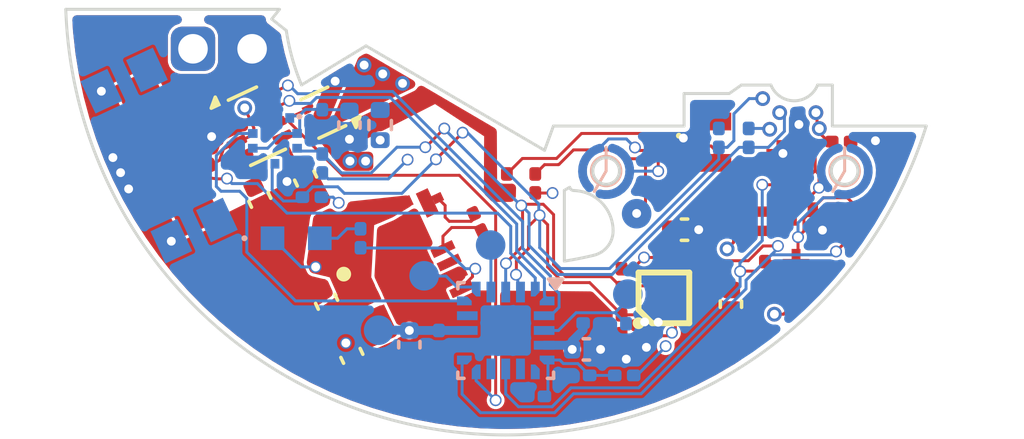
<source format=kicad_pcb>
(kicad_pcb (version 20241229) (generator "pcbnew") (generator_version "9.0")
  (layers (0 "F.Cu" signal) (4 "In1.Cu" signal) (6 "In2.Cu" signal) (8 "In3.Cu" signal) (10 "In4.Cu" signal) (2 "B.Cu" signal) (13 "F.Paste" user) (15 "B.Paste" user) (5 "F.SilkS" user "F.Silkscreen") (7 "B.SilkS" user "B.Silkscreen") (1 "F.Mask" user) (3 "B.Mask" user) (25 "Edge.Cuts" user))
  (net 0 "")
  (net 1 "GND")
  (net 2 "+3.3V")
  (net 3 "Net-(IC2-CRST)")
  (net 4 "+3V0")
  (net 5 "Net-(IC1-MOT2)")
  (net 6 "Net-(IC1-RESET)")
  (net 7 "Net-(IC1-MOT1)")
  (net 10 "Net-(IC5-PROG)")
  (net 12 "Net-(Q4-D_1)")
  (net 13 "Net-(Q3-D_1)")
  (net 14 "Net-(Q7-D_1)")
  (net 15 "/Peripherals/VDDIO")
  (net 16 "Net-(C20-Pad2)")
  (net 17 "/Power/Charge +")
  (net 18 "/KeepOn")
  (net 19 "/NRST")
  (net 20 "Net-(U2-PA0)")
  (net 21 "Net-(TPS3424A11C13ADRLR1-LPT)")
  (net 22 "Net-(TPS3424A11C13ADRLR1-SPT)")
  (net 23 "/Main dial/OSCIN")
  (net 24 "/Main dial/OSCOUT")
  (net 25 "/Main dial/VDD PROG")
  (net 26 "/I2C_SDA")
  (net 27 "/I2C_SCL")
  (net 28 "/Power/STAT")
  (net 29 "/H_Tim1")
  (net 30 "/H_Tim2")
  (net 31 "/Button press")
  (net 32 "/SWDIO")
  (net 33 "/SWCLK")
  (net 34 "/Kill")
  (net 35 "/L-S press INT")
  (net 36 "/BMP581_INT")
  (net 41 "Net-(LED1-K)")
  (footprint "Resistor_SMD:R_0201_0603Metric" (layer "F.Cu") (at 211.77 121.065 -90)
    (property "Reference" "R13" (hide yes))
    (property "Value" "100k")
  )
  (footprint "Capacitor_SMD:C_0201_0603Metric" (layer "F.Cu") (at 211.35 118.26 180)
    (property "Reference" "C17" (hide yes))
    (property "Value" "100n")
  )
  (footprint "Resistor_SMD:R_0201_0603Metric" (layer "F.Cu") (at 201 119.675 -90)
    (property "Reference" "R1" (hide yes))
    (property "Value" "0")
  )
  (footprint "SamacSys_Parts:BGA9C40P3X3_128X128X54" (layer "F.Cu") (at 205.353 123.547 90)
    (property "Reference" "IC2" (hide yes))
    (property "Value" "BMM350" (hide yes))
  )
  (footprint "Resistor_SMD:R_0201_0603Metric" (layer "F.Cu") (at 189.06 117.82 25)
    (property "Reference" "R15" (hide yes))
    (property "Value" "47k")
  )
  (footprint "Capacitor_SMD:C_0402_1005Metric" (layer "F.Cu") (at 206.05 121.24)
    (property "Reference" "C26" (hide yes))
    (property "Value" "1u")
  )
  (footprint "Resistor_SMD:R_0201_0603Metric" (layer "F.Cu") (at 188.11 119.46 -155)
    (property "Reference" "R16" (hide yes))
    (property "Value" "1k")
  )
  (footprint "Capacitor_SMD:C_0201_0603Metric" (layer "F.Cu") (at 206.7 123.97 90)
    (property "Reference" "C11" (hide yes))
    (property "Value" "100n")
  )
  (footprint "Resistor_SMD:R_0201_0603Metric" (layer "F.Cu") (at 200.04 119.675 90)
    (property "Reference" "R2" (hide yes))
    (property "Value" "0")
  )
  (footprint "Resistor_SMD:R_0201_0603Metric" (layer "F.Cu") (at 209.72 119.72 180)
    (property "Reference" "R8" (hide yes))
    (property "Value" "100k")
  )
  (footprint "Capacitor_SMD:C_0402_1005Metric" (layer "F.Cu") (at 194.79467 125.509239 -65)
    (property "Reference" "C15" (hide yes))
    (property "Value" "4.7u")
  )
  (footprint "SamacSys_Parts:2N7002KQBZ" (layer "F.Cu") (at 210.716687 121.065 180)
    (property "Reference" "Q6" (hide yes))
    (property "Value" "2N7002KQBZ" (hide yes))
  )
  (footprint "Package_TO_SOT_SMD:SOT-583-8" (layer "F.Cu") (at 191.47 117.74 25)
    (property "Reference" "TPS3424A11C13ADRLR1" (hide yes))
    (property "Value" "~")
  )
  (footprint "SamacSys_Parts:Battery pogo pins" (layer "F.Cu") (at 193.326307 121.567382 25)
    (property "Reference" "J3" (hide yes))
    (property "Value" "Conn_01x02")
  )
  (footprint "Capacitor_SMD:C_0201_0603Metric" (layer "F.Cu") (at 205.83 122.18 180)
    (property "Reference" "C9" (hide yes))
    (property "Value" "100n")
  )
  (footprint "Resistor_SMD:R_0201_0603Metric" (layer "F.Cu") (at 208.77 122.64 90)
    (property "Reference" "R14" (hide yes))
    (property "Value" "100k")
  )
  (footprint "Resistor_SMD:R_0201_0603Metric" (layer "F.Cu") (at 207.7075 120.955 90)
    (property "Reference" "R7" (hide yes))
    (property "Value" "100k")
  )
  (footprint "Resistor_SMD:R_0201_0603Metric" (layer "F.Cu") (at 195.860447 121.051135 -65)
    (property "Reference" "R18" (hide yes))
    (property "Value" "100k")
  )
  (footprint "Capacitor_SMD:C_0402_1005Metric" (layer "F.Cu") (at 193.94 123.68 115)
    (property "Reference" "C22" (hide yes))
    (property "Value" "4.7u")
  )
  (footprint "Resistor_SMD:R_0201_0603Metric" (layer "F.Cu") (at 203.92 122.88 -90)
    (property "Reference" "R4" (hide yes))
    (property "Value" "4.7k")
  )
  (footprint "Capacitor_SMD:C_0402_1005Metric" (layer "F.Cu") (at 193.23 119.51 115)
    (property "Reference" "CLPT1" (hide yes))
    (property "Value" "11.8n")
  )
  (footprint "Package_DFN_QFN:OnSemi_XDFN4-1EP_1.0x1.0mm_EP0.52x0.52mm" (layer "F.Cu") (at 193.83 117.28 -155)
    (property "Reference" "LDLN025PU1" (hide yes))
    (property "Value" "~")
  )
  (footprint "SamacSys_Parts:Hall effect" (layer "F.Cu") (at 209.845 116.37202)
    (property "Reference" "J1" (hide yes))
    (property "Value" "Conn_01x04_Pin" (hide yes))
  )
  (footprint "SamacSys_Parts:Battery 36mm watch" (layer "F.Cu") (at 190.42 115.12)
    (property "Reference" "J2" (hide yes))
    (property "Value" "Conn_01x02_Socket")
  )
  (footprint "SamacSys_Parts:SON50P300X200X100-9N-D" (layer "F.Cu") (at 196.833807 123.209496 25)
    (property "Reference" "IC5" (hide yes))
    (property "Value" "MCP73831-2ACI_MC" (hide yes))
  )
  (footprint "SamacSys_Parts:2N7002KQBZ" (layer "F.Cu") (at 209.57 118.66 90)
    (property "Reference" "Q5" (hide yes))
    (property "Value" "2N7002KQBZ" (hide yes))
  )
  (footprint "Resistor_SMD:R_0201_0603Metric" (layer "F.Cu") (at 199.05204 120.986226 -65)
    (property "Reference" "R17" (hide yes))
    (property "Value" "2k")
  )
  (footprint "Capacitor_SMD:C_0402_1005Metric" (layer "F.Cu") (at 191.68 120.23 115)
    (property "Reference" "CSPT1" (hide yes))
    (property "Value" "4.7n")
  )
  (footprint "SamacSys_Parts:2N7002KQBZ" (layer "F.Cu") (at 209.823313 122.64)
    (property "Reference" "Q4" (hide yes))
    (property "Value" "2N7002KQBZ" (hide yes))
  )
  (footprint "SamacSys_Parts:2N7002KQBZ" (layer "F.Cu") (at 209.1 120.955 -90)
    (property "Reference" "Q3" (hide yes))
    (property "Value" "2N7002KQBZ" (hide yes))
  )
  (footprint "Capacitor_SMD:C_0201_0603Metric" (layer "F.Cu") (at 187.64 118.46 25)
    (property "Reference" "C20" (hide yes))
    (property "Value" "220n")
  )
  (footprint "Capacitor_SMD:C_0201_0603Metric" (layer "F.Cu") (at 189.87 118.77 -65)
    (property "Reference" "C21" (hide yes))
    (property "Value" "100n")
  )
  (footprint "Capacitor_SMD:C_0402_1005Metric" (layer "F.Cu") (at 207.62 123.76 -90)
    (property "Reference" "C18" (hide yes))
    (property "Value" "2.2u")
  )
  (footprint "SamacSys_Parts:PCF2003DUS" (layer "F.Cu") (at 205.16 118.56 180)
    (property "Reference" "IC1" (hide yes))
    (property "Value" "PCF2003DUS" (hide yes))
  )
  (footprint "Resistor_SMD:R_0201_0603Metric" (layer "F.Cu") (at 203.92 124.44 90)
    (property "Reference" "R3" (hide yes))
    (property "Value" "4.7k")
  )
  (footprint "SamacSys_Parts:2N7002KQBZ" (layer "F.Cu") (at 197.175203 120.415986 -65)
    (property "Reference" "Q7" (hide yes))
    (property "Value" "2N7002KQBZ" (hide yes))
  )
  (footprint "SamacSys_Parts:LFXTAL062558Reel" (layer "F.Cu") (at 207.08 118.28 90)
    (property "Reference" "Y1" (hide yes))
    (property "Value" "LFXTAL062558Reel" (hide yes))
  )
  (footprint "Resistor_SMD:R_0201_0603Metric" (layer "B.Cu") (at 202.52 126.17)
    (property "Reference" "R20" (hide yes))
    (property "Value" "100k")
  )
  (footprint "Resistor_SMD:R_0201_0603Metric" (layer "B.Cu") (at 207.21 118.135 90)
    (property "Reference" "R22" (hide yes))
    (property "Value" "4.7k")
  )
  (footprint "Resistor_SMD:R_0201_0603Metric" (layer "B.Cu") (at 208.22 118.135 90)
    (property "Reference" "R23" (hide yes))
    (property "Value" "4.7k")
  )
  (footprint "Capacitor_SMD:C_0201_0603Metric" (layer "B.Cu") (at 200.99 126.88)
    (property "Reference" "C28" (hide yes))
    (property "Value" "100n")
  )
  (footprint "SamacSys_Parts:Pogo pin 1x1" (layer "B.Cu") (at 199.49 121.76 180)
    (property "Reference" "TP18" (hide yes))
    (property "Value" "SWCLK" (hide yes))
  )
  (footprint "SamacSys_Parts:Pogo pin 1x1" (layer "B.Cu") (at 197.24 122.8 180)
    (property "Reference" "TP17" (hide yes))
    (property "Value" "SWDIO" (hide yes))
  )
  (footprint "SamacSys_Parts:Miyota 2035" (layer "B.Cu") (at 211.467772 119.254534 -30)
    (property "Reference" "L2" (hide yes))
    (property "Value" "L" (hide yes))
  )
  (footprint "SamacSys_Parts:150060WS75000" (layer "B.Cu") (at 192.91 121.53)
    (property "Reference" "LED1" (hide yes))
    (property "Value" "150060WS75000" (hide yes))
  )
  (footprint "Resistor_SMD:R_0201_0603Metric" (layer "B.Cu") (at 193.442693 120.14 180)
    (property "Reference" "R9" (hide yes))
    (property "Value" "4.7k")
  )
  (footprint "Capacitor_SMD:C_0402_1005Metric" (layer "B.Cu") (at 194.712693 117.7 -90)
    (property "Reference" "C25" (hide yes))
    (property "Value" "1u")
  )
  (footprint "Resistor_SMD:R_0402_1005Metric" (layer "B.Cu") (at 195.752693 117.7 90)
    (property "Reference" "R11" (hide yes))
    (property "Value" "10")
  )
  (footprint "SamacSys_Parts:Miyota 2035" (layer "B.Cu") (at 203.397772 119.254534 -30)
    (property "Reference" "L3" (hide yes))
    (property "Value" "L" (hide yes))
  )
  (footprint "SamacSys_Parts:Wurth side button 434331013822" (layer "B.Cu") (at 188.273693 118.733113 115)
    (property "Reference" "SW5" (hide yes))
    (property "Value" "SW_MEC_5E" (hide yes))
  )
  (footprint "SamacSys_Parts:Pogo pin 1x1" (layer "B.Cu") (at 195.7 124.64 180)
    (property "Reference" "TP20" (hide yes))
    (property "Value" "3.3V" (hide yes))
  )
  (footprint "Resistor_SMD:R_0201_0603Metric" (layer "B.Cu") (at 193.792693 119 -90)
    (property "Reference" "R5" (hide yes))
    (property "Value" "4.7k")
  )
  (footprint "Capacitor_SMD:C_0201_0603Metric" (layer "B.Cu") (at 204.07 124.74 90)
    (property "Reference" "C27" (hide yes))
    (property "Value" "100n")
  )
  (footprint "Capacitor_SMD:C_0402_1005Metric" (layer "B.Cu") (at 196.74 125.13 -90)
    (property "Reference" "C23" (hide yes))
    (property "Value" "1u")
  )
  (footprint "Package_DFN_QFN:ST_UFQFPN-20_3x3mm_P0.5mm" (layer "B.Cu") (at 200 124.65 180)
    (property "Reference" "U2" (hide yes))
    (property "Value" "STM32L011F4Ux" (hide yes))
  )
  (footprint "Capacitor_SMD:C_0201_0603Metric" (layer "B.Cu") (at 197.74 124.97 90)
    (property "Reference" "C24" (hide yes))
    (property "Value" "100n")
  )
  (footprint "Capacitor_SMD:C_0201_0603Metric" (layer "B.Cu") (at 193.792693 117.5 90)
    (property "Reference" "C10" (hide yes))
    (property "Value" "100n")
  )
  (footprint "Capacitor_SMD:C_0201_0603Metric" (layer "B.Cu") (at 202.94 124.4 180)
    (property "Reference" "C29" (hide yes))
    (property "Value" "100n")
  )
  (footprint "Resistor_SMD:R_0201_0603Metric" (layer "B.Cu") (at 195.088455 121.53 90)
    (property "Reference" "R6" (hide yes))
    (property "Value" "500")
  )
  (footprint "SamacSys_Parts:Pogo pin 1x1" (layer "B.Cu") (at 204.43 120.7 180)
    (property "Reference" "TP16" (hide yes))
    (property "Value" "VDD Prog")
  )
  (footprint "SamacSys_Parts:Pogo pin 1x1" (layer "B.Cu") (at 204.13 123.42 180)
    (property "Reference" "TP19" (hide yes))
    (property "Value" "NRST" (hide yes))
  )
  (footprint "SamacSys_Parts:Pogo pin 1x1" (layer "B.Cu") (at 197.53 126.68 180)
    (property "Reference" "TP21" (hide yes))
    (property "Value" "VSS" (hide yes))
  )
  (footprint "SamacSys_Parts:BMP581" (layer "B.Cu") (at 192.192693 118.235 180)
    (property "Reference" "U1" (hide yes))
    (property "Value" "BMP581" (hide yes))
  )
  (footprint "Capacitor_SMD:C_0402_1005Metric" (layer "B.Cu") (at 202.729768 125.290277)
    (property "Reference" "C30" (hide yes))
    (property "Value" "1u")
  )
  (footprint "Resistor_SMD:R_0201_0603Metric" (layer "B.Cu") (at 204.01 126.17 180)
    (property "Reference" "R19" (hide yes))
    (property "Value" "100k")
  )
  (gr_line (start 192.577094 114.502552) (end 192.085265 114.114244) (stroke (width 0.1)) (layer "Edge.Cuts"))
  (gr_line (start 211.052185 116.347058) (end 210.550893 116.347058) (stroke (width 0.1)) (layer "Edge.Cuts"))
  (gr_line (start 201.983969 119.910111) (end 201.983969 122.30371) (stroke (width 0.1)) (layer "Edge.Cuts"))
  (gr_arc (start 202.305677 119.916425) (mid 202.216837 119.884471) (end 202.16475 119.805736) (stroke (width 0.1)) (layer "Edge.Cuts"))
  (gr_arc (start 210.550893 116.347058) (mid 209.762676 116.878954) (end 208.974459 116.347058) (stroke (width 0.1)) (layer "Edge.Cuts"))
  (gr_arc (start 203.633969 121.278843) (mid 203.451752 121.80472) (end 202.983257 122.10515) (stroke (width 0.1)) (layer "Edge.Cuts"))
  (gr_line (start 185.116166 113.784534) (end 192.345576 113.784534) (stroke (width 0.1)) (layer "Edge.Cuts"))
  (gr_arc (start 193.091793 116.343816) (mid 192.777339 115.439146) (end 192.577094 114.502552) (stroke (width 0.1)) (layer "Edge.Cuts"))
  (gr_arc (start 202.983257 122.10515) (mid 202.485624 122.214553) (end 201.983969 122.30371) (stroke (width 0.1)) (layer "Edge.Cuts"))
  (gr_line (start 202.16475 119.805736) (end 201.983969 119.910111) (stroke (width 0.1)) (layer "Edge.Cuts"))
  (gr_circle (center 211.467772 119.254534) (end 211.917772 119.254534) (stroke (width 0.1)) (fill no) (layer "Edge.Cuts"))
  (gr_line (start 201.314746 118.554984) (end 201.613891 117.73309) (stroke (width 0.1)) (layer "Edge.Cuts"))
  (gr_line (start 207.97265 116.347058) (end 208.974459 116.347058) (stroke (width 0.1)) (layer "Edge.Cuts"))
  (gr_line (start 211.052185 117.73309) (end 214.228191 117.73309) (stroke (width 0.1)) (layer "Edge.Cuts"))
  (gr_line (start 192.345576 113.784534) (end 192.085265 114.114244) (stroke (width 0.1)) (layer "Edge.Cuts"))
  (gr_line (start 193.091793 116.343816) (end 195.273596 115.020654) (stroke (width 0.1)) (layer "Edge.Cuts"))
  (gr_line (start 207.563074 116.633846) (end 207.97265 116.347058) (stroke (width 0.1)) (layer "Edge.Cuts"))
  (gr_circle (center 203.397772 119.254534) (end 203.847772 119.254534) (stroke (width 0.1)) (fill no) (layer "Edge.Cuts"))
  (gr_line (start 206.03488 117.73309) (end 201.613891 117.73309) (stroke (width 0.1)) (layer "Edge.Cuts"))
  (gr_line (start 206.03488 117.73309) (end 206.03488 116.633846) (stroke (width 0.1)) (layer "Edge.Cuts"))
  (gr_arc (start 202.305677 119.916425) (mid 203.246926 120.327485) (end 203.633969 121.278843) (stroke (width 0.1)) (layer "Edge.Cuts"))
  (gr_line (start 211.052185 116.347058) (end 211.052185 117.73309) (stroke (width 0.1)) (layer "Edge.Cuts"))
  (gr_line (start 195.273596 115.020654) (end 201.314746 118.554984) (stroke (width 0.1)) (layer "Edge.Cuts"))
  (gr_line (start 206.03488 116.633846) (end 207.563074 116.633846) (stroke (width 0.1)) (layer "Edge.Cuts"))
  (gr_arc (start 214.228191 117.73309) (mid 198.005173 128.049349) (end 185.116166 113.784534) (stroke (width 0.1)) (layer "Edge.Cuts"))
  (via (at 186.71 118.8) (size 0.4) (drill 0.3) (layers "F.Cu" "B.Cu") (net 1))
  (via (at 186.97 119.31) (size 0.4) (drill 0.3) (layers "F.Cu" "B.Cu") (net 1))
  (via (at 194.23 116.215107) (size 0.4) (drill 0.3) (layers "F.Cu" "B.Cu") (net 1))
  (via (at 205.16 124.37) (size 0.4) (drill 0.3) (layers "F.Cu" "B.Cu") (net 1))
  (via (at 206.53 121.24) (size 0.4) (drill 0.3) (layers "F.Cu" "B.Cu") (net 1))
  (via (at 192.6 119.61) (size 0.4) (drill 0.3) (layers "F.Cu" "B.Cu") (net 1))
  (via (at 204.76 125.22) (size 0.4) (drill 0.3) (layers "F.Cu" "B.Cu") (net 1))
  (via (at 203.209768 125.290277) (size 0.4) (drill 0.3) (layers "F.Cu" "B.Cu") (net 1))
  (via (at 209.38 118.66) (size 0.5) (drill 0.3) (layers "F.Cu" "B.Cu") (net 1))
  (via (at 206.01 118.14) (size 0.4) (drill 0.3) (layers "F.Cu" "B.Cu") (net 1))
  (via (at 187.241951 119.861216) (size 0.4) (drill 0.3) (layers "F.Cu" "B.Cu") (net 1))
  (via (at 210.716687 121.255) (size 0.5) (drill 0.3) (layers "F.Cu" "B.Cu") (net 1))
  (via (at 190.05 118.09) (size 0.4) (drill 0.3) (layers "F.Cu" "B.Cu") (net 1))
  (via (at 204.08 125.62) (size 0.4) (drill 0.3) (layers "F.Cu" "B.Cu") (net 1))
  (via (at 204.7 124.36) (size 0.4) (drill 0.3) (layers "F.Cu" "B.Cu") (net 1))
  (via (at 212.51 118.23) (size 0.5) (drill 0.3) (layers "F.Cu" "B.Cu") (net 1))
  (via (at 194.712693 118.18) (size 0.4) (drill 0.3) (layers "F.Cu" "B.Cu") (net 1))
  (segment (start 205.52 124.83) (end 203.99 124.83) (width 0.1) (layer "F.Cu") (net 2))
  (segment (start 205.625 124.725) (end 205.74 124.61) (width 0.1) (layer "F.Cu") (net 2))
  (segment (start 205.51 121.3) (end 205.57 121.24) (width 0.1) (layer "F.Cu") (net 2))
  (segment (start 204.3 122.56) (end 204.68 122.18) (width 0.1) (layer "F.Cu") (net 2))
  (segment (start 210.532608 117.317608) (end 210.495 117.28) (width 0.1) (layer "F.Cu") (net 2))
  (segment (start 210.610396 117.818662) (end 210.610396 117.959762) (width 0.1) (layer "F.Cu") (net 2))
  (segment (start 210.610396 117.959762) (end 210.910634 118.26) (width 0.1) (layer "F.Cu") (net 2))
  (segment (start 203.92 122.56) (end 204.3 122.56) (width 0.1) (layer "F.Cu") (net 2))
  (segment (start 210.532608 117.740874) (end 210.532608 117.317608) (width 0.1) (layer "F.Cu") (net 2))
  (segment (start 205.51 122.18) (end 205.51 121.3) (width 0.1) (layer "F.Cu") (net 2))
  (segment (start 209.959 123.541) (end 210.148313 123.351687) (width 0.1) (layer "F.Cu") (net 2))
  (segment (start 209.4 124.1) (end 209.09 124.1) (width 0.1) (layer "F.Cu") (net 2))
  (segment (start 205.36 122.33) (end 205.36 123.14) (width 0.1) (layer "F.Cu") (net 2))
  (segment (start 209.959 123.541) (end 209.4 124.1) (width 0.1) (layer "F.Cu") (net 2))
  (segment (start 208.77 122.96) (end 208.77 123.36) (width 0.1) (layer "F.Cu") (net 2))
  (segment (start 205.763 123.947) (end 206.09 123.62) (width 0.1) (layer "F.Cu") (net 2))
  (segment (start 205.625 124.725) (end 205.52 124.83) (width 0.1) (layer "F.Cu") (net 2))
  (segment (start 205.51 122.18) (end 205.36 122.33) (width 0.1) (layer "F.Cu") (net 2))
  (segment (start 207.7075 121.275) (end 208.595 121.275) (width 0.1) (layer "F.Cu") (net 2))
  (segment (start 210.610396 117.818662) (end 210.532608 117.740874) (width 0.1) (layer "F.Cu") (net 2))
  (segment (start 208.951 123.541) (end 209.959 123.541) (width 0.1) (layer "F.Cu") (net 2))
  (segment (start 210.148313 123.351687) (end 210.148313 123.14) (width 0.1) (layer "F.Cu") (net 2))
  (segment (start 208.595 121.275) (end 208.6 121.28) (width 0.1) (layer "F.Cu") (net 2))
  (segment (start 208.77 123.36) (end 208.951 123.541) (width 0.1) (layer "F.Cu") (net 2))
  (segment (start 205.74 123.96) (end 205.753 123.947) (width 0.1) (layer "F.Cu") (net 2))
  (segment (start 207.49 121.89) (end 207.7075 121.6725) (width 0.1) (layer "F.Cu") (net 2))
  (segment (start 206.67 123.62) (end 206.7 123.65) (width 0.1) (layer "F.Cu") (net 2))
  (segment (start 205.36 123.14) (end 205.353 123.147) (width 0.1) (layer "F.Cu") (net 2))
  (segment (start 205.753 123.947) (end 205.763 123.947) (width 0.1) (layer "F.Cu") (net 2))
  (segment (start 206.09 123.62) (end 206.67 123.62) (width 0.1) (layer "F.Cu") (net 2))
  (segment (start 204.68 122.18) (end 205.51 122.18) (width 0.1) (layer "F.Cu") (net 2))
  (segment (start 210.910634 118.26) (end 211.03 118.26) (width 0.1) (layer "F.Cu") (net 2))
  (segment (start 205.74 124.61) (end 205.74 123.96) (width 0.1) (layer "F.Cu") (net 2))
  (segment (start 203.99 124.83) (end 203.92 124.76) (width 0.1) (layer "F.Cu") (net 2))
  (segment (start 207.7075 121.6725) (end 207.7075 121.275) (width 0.1) (layer "F.Cu") (net 2))
  (via (at 196.68 118.87) (size 0.4) (drill 0.3) (layers "F.Cu" "B.Cu") (net 2))
  (via (at 194.35 120.33) (size 0.4) (drill 0.3) (layers "F.Cu" "B.Cu") (net 2))
  (via (at 209.09 124.1) (size 0.5) (drill 0.3) (layers "F.Cu" "B.Cu") (net 2))
  (via (at 195.21 115.67) (size 0.5) (drill 0.3) (layers "F.Cu" "B.Cu") (net 2))
  (via (at 196.51 116.29) (size 0.5) (drill 0.3) (layers "F.Cu" "B.Cu") (net 2))
  (via (at 202.249768 125.290277) (size 0.4) (drill 0.3) (layers "F.Cu" "B.Cu") (net 2))
  (via (at 195.752693 118.21) (size 0.4) (drill 0.3) (layers "F.Cu" "B.Cu") (net 2))
  (via (at 210.610396 117.818662) (size 0.5) (drill 0.3) (layers "F.Cu" "B.Cu") (net 2))
  (via (at 205.625 124.725) (size 0.4) (drill 0.3) (layers "F.Cu" "B.Cu") (net 2))
  (via (at 208.932157 117.842157) (size 0.5) (drill 0.3) (layers "F.Cu" "B.Cu") (net 2))
  (via (at 195.84 115.97) (size 0.5) (drill 0.3) (layers "F.Cu" "B.Cu") (net 2))
  (via (at 196.74 124.65) (size 0.4) (drill 0.3) (layers "F.Cu" "B.Cu") (net 2))
  (via (at 207.49 121.89) (size 0.5) (drill 0.3) (layers "F.Cu" "B.Cu") (net 2))
  (via (at 204.68 122.18) (size 0.4) (drill 0.3) (layers "F.Cu" "B.Cu") (net 2))
  (segment (start 202.249768 125.010232) (end 202.62 124.64) (width 0.3) (layer "B.Cu") (net 2))
  (segment (start 196.73 124.64) (end 196.74 124.65) (width 0.3) (layer "B.Cu") (net 2))
  (segment (start 193.993693 119.521) (end 196.029 119.521) (width 0.1) (layer "B.Cu") (net 2))
  (segment (start 202.109491 125.15) (end 202.249768 125.290277) (width 0.3) (layer "B.Cu") (net 2))
  (segment (start 208.932157 117.842157) (end 208.726471 117.842157) (width 0.1) (layer "B.Cu") (net 2))
  (segment (start 194.16 120.14) (end 193.762693 120.14) (width 0.1) (layer "B.Cu") (net 2))
  (segment (start 194.35 120.33) (end 194.16 120.14) (width 0.1) (layer "B.Cu") (net 2))
  (segment (start 196.74 124.65) (end 198.7 124.65) (width 0.3) (layer "B.Cu") (net 2))
  (segment (start 208.699314 117.815) (end 208.22 117.815) (width 0.1) (layer "B.Cu") (net 2))
  (segment (start 195.7 124.64) (end 196.73 124.64) (width 0.3) (layer "B.Cu") (net 2))
  (segment (start 208.726471 117.842157) (end 208.699314 117.815) (width 0.1) (layer "B.Cu") (net 2))
  (segment (start 202.62 124.64) (end 202.62 124.4) (width 0.3) (layer "B.Cu") (net 2))
  (segment (start 202.249768 125.290277) (end 202.249768 125.010232) (width 0.3) (layer "B.Cu") (net 2))
  (segment (start 201.3 125.15) (end 202.109491 125.15) (width 0.3) (layer "B.Cu") (net 2))
  (segment (start 193.792693 119.32) (end 193.993693 119.521) (width 0.1) (layer "B.Cu") (net 2))
  (segment (start 196.029 119.521) (end 196.68 118.87) (width 0.1) (layer "B.Cu") (net 2))
  (segment (start 205.753 123.547) (end 206.031 123.269) (width 0.1) (layer "F.Cu") (net 3))
  (segment (start 206.031 123.269) (end 207.609 123.269) (width 0.1) (layer "F.Cu") (net 3))
  (segment (start 207.609 123.269) (end 207.62 123.28) (width 0.1) (layer "F.Cu") (net 3))
  (segment (start 190.45 118.51) (end 190.904985 118.279314) (width 0.1) (layer "F.Cu") (net 4))
  (segment (start 201.583969 120) (end 201.13 120) (width 0.1) (layer "F.Cu") (net 4))
  (segment (start 201.125 119.995) (end 201 119.995) (width 0.1) (layer "F.Cu") (net 4))
  (segment (start 191.42 118.05) (end 191.48 117.8) (width 0.1) (layer "F.Cu") (net 4))
  (segment (start 191.48 117.8) (end 191.17 117.12) (width 0.1) (layer "F.Cu") (net 4))
  (segment (start 190.904985 118.279314) (end 191.42 118.05) (width 0.1) (layer "F.Cu") (net 4))
  (segment (start 201.13 120) (end 201.125 119.995) (width 0.1) (layer "F.Cu") (net 4))
  (segment (start 190.005238 119.060018) (end 190.32 118.89) (width 0.1) (layer "F.Cu") (net 4))
  (segment (start 190.32 118.89) (end 190.45 118.51) (width 0.1) (layer "F.Cu") (net 4))
  (via (at 201.583969 120) (size 0.4) (drill 0.3) (layers "F.Cu" "B.Cu") (net 4))
  (via (at 195.26 118.92) (size 0.5) (drill 0.3) (layers "F.Cu" "B.Cu") (net 4))
  (via (at 194.73 118.92) (size 0.5) (drill 0.3) (layers "F.Cu" "B.Cu") (net 4))
  (via (at 188.686663 121.63) (size 0.4) (drill 0.3) (layers "F.Cu" "B.Cu") (net 4))
  (via (at 191.17 117.12) (size 0.5) (drill 0.3) (layers "F.Cu" "B.Cu") (net 4))
  (via (at 194.591813 125.074211) (size 0.4) (drill 0.3) (layers "F.Cu" "B.Cu") (net 4))
  (via (at 205.412764 125.18) (size 0.4) (drill 0.3) (layers "F.Cu" "B.Cu") (net 4))
  (via (at 186.32 116.554677) (size 0.4) (drill 0.3) (layers "F.Cu" "B.Cu") (net 4))
  (segment (start 204.44 126.17) (end 205.412764 125.197236) (width 0.1) (layer "B.Cu") (net 4))
  (segment (start 205.412764 125.197236) (end 205.412764 125.18) (width 0.1) (layer "B.Cu") (net 4))
  (segment (start 204.33 126.17) (end 204.44 126.17) (width 0.1) (layer "B.Cu") (net 4))
  (segment (start 204.372227 118.458886) (end 204.418886 118.458886) (width 0.1) (layer "F.Cu") (net 5))
  (segment (start 204.418886 118.458886) (end 204.52 118.56) (width 0.1) (layer "F.Cu") (net 5))
  (segment (start 204.52 118.56) (end 204.935 118.56) (width 0.1) (layer "F.Cu") (net 5))
  (via (at 204.372227 118.458886) (size 0.4) (drill 0.3) (layers "F.Cu" "B.Cu") (net 5))
  (segment (start 202.696772 119.544898) (end 202.832087 119.680213) (width 0.1) (layer "B.Cu") (net 5))
  (segment (start 203.48 118.17) (end 202.696772 118.953228) (width 0.1) (layer "B.Cu") (net 5))
  (segment (start 204.083341 118.17) (end 203.48 118.17) (width 0.1) (layer "B.Cu") (net 5))
  (segment (start 204.372227 118.458886) (end 204.083341 118.17) (width 0.1) (layer "B.Cu") (net 5))
  (segment (start 202.696772 118.953228) (end 202.696772 119.544898) (width 0.1) (layer "B.Cu") (net 5))
  (segment (start 204.73 118.12) (end 204.59409 117.98409) (width 0.1) (layer "F.Cu") (net 6))
  (segment (start 202.56591 117.98409) (end 201.72 118.83) (width 0.1) (layer "F.Cu") (net 6))
  (segment (start 201.72 118.83) (end 200.565 118.83) (width 0.1) (layer "F.Cu") (net 6))
  (segment (start 200.565 118.83) (end 200.04 119.355) (width 0.1) (layer "F.Cu") (net 6))
  (segment (start 204.73 118.28) (end 204.73 118.12) (width 0.1) (layer "F.Cu") (net 6))
  (segment (start 204.59409 117.98409) (end 202.56591 117.98409) (width 0.1) (layer "F.Cu") (net 6))
  (segment (start 205.16 118.84) (end 205.16 119.26) (width 0.1) (layer "F.Cu") (net 7))
  (via (at 205.16 119.26) (size 0.4) (drill 0.3) (layers "F.Cu" "B.Cu") (net 7))
  (segment (start 203.688136 119.955534) (end 203.262457 119.955534) (width 0.1) (layer "B.Cu") (net 7))
  (segment (start 205.16 119.26) (end 204.098772 119.26) (width 0.1) (layer "B.Cu") (net 7))
  (segment (start 204.098772 119.544898) (end 203.688136 119.955534) (width 0.1) (layer "B.Cu") (net 7))
  (segment (start 204.098772 119.26) (end 204.098772 119.544898) (width 0.1) (layer "B.Cu") (net 7))
  (segment (start 197.876306 121.895839) (end 197.876306 121.461626) (width 0.1) (layer "F.Cu") (net 10))
  (segment (start 197.876306 121.461626) (end 198.170944 121.166988) (width 0.1) (layer "F.Cu") (net 10))
  (segment (start 198.170944 121.166988) (end 199.078022 121.166988) (width 0.1) (layer "F.Cu") (net 10))
  (segment (start 199.078022 121.166988) (end 199.187278 121.276244) (width 0.1) (layer "F.Cu") (net 10))
  (segment (start 209.89 121.49) (end 209.89 121.993313) (width 0.1) (layer "F.Cu") (net 12))
  (segment (start 211.77 120.745) (end 211.77 120.37) (width 0.1) (layer "F.Cu") (net 12))
  (segment (start 210.09 120.866687) (end 210.391687 120.565) (width 0.1) (layer "F.Cu") (net 12))
  (segment (start 211.56 120.16) (end 210.75 120.16) (width 0.1) (layer "F.Cu") (net 12))
  (segment (start 211.77 120.37) (end 211.56 120.16) (width 0.1) (layer "F.Cu") (net 12))
  (segment (start 210.09 121.29) (end 210.09 120.866687) (width 0.1) (layer "F.Cu") (net 12))
  (segment (start 210.75 120.16) (end 210.391687 120.518313) (width 0.1) (layer "F.Cu") (net 12))
  (segment (start 209.89 121.49) (end 210.09 121.29) (width 0.1) (layer "F.Cu") (net 12))
  (segment (start 209.89 121.993313) (end 209.823313 122.06) (width 0.1) (layer "F.Cu") (net 12))
  (segment (start 210.391687 120.518313) (end 210.391687 120.565) (width 0.1) (layer "F.Cu") (net 12))
  (via (at 209.89 121.49) (size 0.4) (drill 0.3) (layers "F.Cu" "B.Cu") (net 12))
  (segment (start 209.89 121.49) (end 209.89 121.01) (width 0.1) (layer "B.Cu") (net 12))
  (segment (start 211.260716 120.029284) (end 211.260716 120.027275) (width 0.1) (layer "B.Cu") (net 12))
  (segment (start 209.89 121.01) (end 210.74 120.16) (width 0.1) (layer "B.Cu") (net 12))
  (segment (start 210.74 120.16) (end 211.13 120.16) (width 0.1) (layer "B.Cu") (net 12))
  (segment (start 211.13 120.16) (end 211.260716 120.029284) (width 0.1) (layer "B.Cu") (net 12))
  (segment (start 209.78 120.15) (end 209.68 120.25) (width 0.1) (layer "F.Cu") (net 13))
  (segment (start 210.27 120.15) (end 209.78 120.15) (width 0.1) (layer "F.Cu") (net 13))
  (segment (start 210.295 118.335) (end 210.07 118.335) (width 0.1) (layer "F.Cu") (net 13))
  (segment (start 210.04 119.72) (end 210.04 119.671) (width 0.1) (layer "F.Cu") (net 13))
  (segment (start 210.471 118.511) (end 210.295 118.335) (width 0.1) (layer "F.Cu") (net 13))
  (segment (start 209.68 120.25) (end 209.68 120.955) (width 0.1) (layer "F.Cu") (net 13))
  (segment (start 210.6 119.82) (end 210.6 119.369) (width 0.1) (layer "F.Cu") (net 13))
  (segment (start 210.471 119.24) (end 210.471 118.511) (width 0.1) (layer "F.Cu") (net 13))
  (segment (start 210.04 119.671) (end 210.471 119.24) (width 0.1) (layer "F.Cu") (net 13))
  (segment (start 210.6 119.82) (end 210.27 120.15) (width 0.1) (layer "F.Cu") (net 13))
  (segment (start 210.6 119.369) (end 210.471 119.24) (width 0.1) (layer "F.Cu") (net 13))
  (via (at 210.6 119.82) (size 0.4) (drill 0.3) (layers "F.Cu" "B.Cu") (net 13))
  (segment (start 210.75978 119.82022) (end 210.902087 119.82022) (width 0.1) (layer "B.Cu") (net 13))
  (segment (start 210.75956 119.82) (end 210.75978 119.82022) (width 0.1) (layer "B.Cu") (net 13))
  (segment (start 210.6 119.82) (end 210.75956 119.82) (width 0.1) (layer "B.Cu") (net 13))
  (segment (start 197.512222 120.170867) (end 197.347401 120.335688) (width 0.1) (layer "F.Cu") (net 14))
  (segment (start 198.090944 120.956988) (end 197.950944 120.816988) (width 0.1) (layer "F.Cu") (net 14))
  (segment (start 197.700863 120.170867) (end 197.512222 120.170867) (width 0.1) (layer "F.Cu") (net 14))
  (segment (start 197.950944 120.816988) (end 197.950944 120.420948) (width 0.1) (layer "F.Cu") (net 14))
  (segment (start 198.916802 120.87113) (end 198.830944 120.956988) (width 0.1) (layer "F.Cu") (net 14))
  (segment (start 198.830944 120.956988) (end 198.090944 120.956988) (width 0.1) (layer "F.Cu") (net 14))
  (segment (start 197.950944 120.420948) (end 197.700863 120.170867) (width 0.1) (layer "F.Cu") (net 14))
  (segment (start 198.916802 120.696208) (end 198.916802 120.87113) (width 0.1) (layer "F.Cu") (net 14))
  (segment (start 193.782693 117.17) (end 193.792693 117.18) (width 0.1) (layer "B.Cu") (net 15))
  (segment (start 193.23 117.17) (end 193.782693 117.17) (width 0.1) (layer "B.Cu") (net 15))
  (segment (start 193.03 117.897693) (end 193.03 117.46) (width 0.1) (layer "B.Cu") (net 15))
  (segment (start 192.942693 117.985) (end 193.03 117.897693) (width 0.1) (layer "B.Cu") (net 15))
  (segment (start 193.03 117.46) (end 193.03 117.37) (width 0.1) (layer "B.Cu") (net 15))
  (segment (start 192.692693 117.46) (end 192.762693 117.39) (width 0.1) (layer "B.Cu") (net 15))
  (segment (start 193.03 117.41) (end 193.03 117.46) (width 0.1) (layer "B.Cu") (net 15))
  (segment (start 192.99 117.39) (end 193 117.4) (width 0.1) (layer "B.Cu") (net 15))
  (segment (start 192.762693 117.39) (end 192.99 117.39) (width 0.1) (layer "B.Cu") (net 15))
  (segment (start 194.672693 117.18) (end 194.712693 117.22) (width 0.1) (layer "B.Cu") (net 15))
  (segment (start 193.792693 117.18) (end 194.672693 117.18) (width 0.1) (layer "B.Cu") (net 15))
  (segment (start 191.442693 118.485) (end 191.945 118.485) (width 0.1) (layer "B.Cu") (net 15))
  (segment (start 193.03 117.37) (end 193.23 117.17) (width 0.1) (layer "B.Cu") (net 15))
  (segment (start 192.445 117.985) (end 192.942693 117.985) (width 0.1) (layer "B.Cu") (net 15))
  (segment (start 193.02 117.4) (end 193.03 117.41) (width 0.1) (layer "B.Cu") (net 15))
  (segment (start 193 117.4) (end 193.02 117.4) (width 0.1) (layer "B.Cu") (net 15))
  (segment (start 191.945 118.485) (end 192.445 117.985) (width 0.1) (layer "B.Cu") (net 15))
  (via (at 193.57 122.5) (size 0.4) (drill 0.3) (layers "F.Cu" "B.Cu") (net 17))
  (segment (start 193.57 122.5) (end 193.08 122.5) (width 0.1) (layer "B.Cu") (net 17))
  (segment (start 193.08 122.5) (end 192.11 121.53) (width 0.1) (layer "B.Cu") (net 17))
  (segment (start 192.246322 117.653839) (end 193.253089 117.19042) (width 0.1) (layer "F.Cu") (net 18))
  (segment (start 199.66 120.63) (end 199.66 127.01) (width 0.1) (layer "F.Cu") (net 18))
  (segment (start 192.246322 117.653839) (end 192.350161 117.55) (width 0.1) (layer "F.Cu") (net 18))
  (segment (start 192.62904 117.55) (end 194.47904 119.4) (width 0.1) (layer "F.Cu") (net 18))
  (segment (start 198.43 119.4) (end 199.66 120.63) (width 0.1) (layer "F.Cu") (net 18))
  (segment (start 194.47904 119.4) (end 198.43 119.4) (width 0.1) (layer "F.Cu") (net 18))
  (segment (start 192.350161 117.55) (end 192.62904 117.55) (width 0.1) (layer "F.Cu") (net 18))
  (via (at 199.66 127.01) (size 0.4) (drill 0.3) (layers "F.Cu" "B.Cu") (net 18))
  (segment (start 199 126.35) (end 199 126.125) (width 0.1) (layer "B.Cu") (net 18))
  (segment (start 199.66 127.01) (end 199 126.35) (width 0.1) (layer "B.Cu") (net 18))
  (segment (start 202.383262 124.049) (end 203.699 124.049) (width 0.1) (layer "B.Cu") (net 19))
  (segment (start 204.13 123.618) (end 203.699 124.049) (width 0.1) (layer "B.Cu") (net 19))
  (segment (start 201.3 124.65) (end 201.782262 124.65) (width 0.1) (layer "B.Cu") (net 19))
  (segment (start 204.13 123.42) (end 204.13 123.618) (width 0.1) (layer "B.Cu") (net 19))
  (segment (start 203.699 124.049) (end 204.07 124.42) (width 0.1) (layer "B.Cu") (net 19))
  (segment (start 201.782262 124.65) (end 202.383262 124.049) (width 0.1) (layer "B.Cu") (net 19))
  (segment (start 201.43 125.695) (end 201.475 125.65) (width 0.1) (layer "B.Cu") (net 20))
  (segment (start 201.95 125.77) (end 202.44 125.77) (width 0.1) (layer "B.Cu") (net 20))
  (segment (start 201.43 126.76) (end 201.43 125.695) (width 0.1) (layer "B.Cu") (net 20))
  (segment (start 201.83 125.65) (end 201.95 125.77) (width 0.1) (layer "B.Cu") (net 20))
  (segment (start 201.31 126.88) (end 201.43 126.76) (width 0.1) (layer "B.Cu") (net 20))
  (segment (start 202.44 125.77) (end 202.84 126.17) (width 0.1) (layer "B.Cu") (net 20))
  (segment (start 201.475 125.65) (end 201.83 125.65) (width 0.1) (layer "B.Cu") (net 20))
  (segment (start 202.84 126.17) (end 203.69 126.17) (width 0.1) (layer "B.Cu") (net 20))
  (segment (start 192.93 119.07) (end 192.48 118.129361) (width 0.1) (layer "F.Cu") (net 21))
  (segment (start 192.814972 119.074972) (end 192.93 119.07) (width 0.1) (layer "F.Cu") (net 21))
  (segment (start 192.48 118.129361) (end 192.457632 118.106993) (width 0.1) (layer "F.Cu") (net 21))
  (segment (start 193.027143 119.074972) (end 192.814972 119.074972) (width 0.1) (layer "F.Cu") (net 21))
  (segment (start 191.477143 119.794972) (end 191.6 119.75) (width 0.1) (layer "F.Cu") (net 22))
  (segment (start 191.6 119.75) (end 191.116296 118.732468) (width 0.1) (layer "F.Cu") (net 22))
  (segment (start 206.1 118.56) (end 206.450999 118.209) (width 0.1) (layer "F.Cu") (net 23))
  (segment (start 205.385 118.56) (end 206.1 118.56) (width 0.1) (layer "F.Cu") (net 23))
  (segment (start 206.450999 118.209) (end 207.08 117.58) (width 0.1) (layer "F.Cu") (net 23))
  (segment (start 206.183257 118.761) (end 206.534256 118.41) (width 0.1) (layer "F.Cu") (net 24))
  (segment (start 205.6 118.84) (end 205.679 118.761) (width 0.1) (layer "F.Cu") (net 24))
  (segment (start 206.534256 118.41) (end 206.95 118.41) (width 0.1) (layer "F.Cu") (net 24))
  (segment (start 205.679 118.761) (end 206.183257 118.761) (width 0.1) (layer "F.Cu") (net 24))
  (segment (start 205.59 118.84) (end 205.6 118.84) (width 0.1) (layer "F.Cu") (net 24))
  (segment (start 207.08 118.54) (end 207.08 118.98) (width 0.1) (layer "F.Cu") (net 24))
  (segment (start 206.95 118.41) (end 207.08 118.54) (width 0.1) (layer "F.Cu") (net 24))
  (segment (start 201.315 119.04) (end 201.78 119.04) (width 0.1) (layer "F.Cu") (net 25))
  (segment (start 201.803257 119.031) (end 202.294257 118.54) (width 0.1) (layer "F.Cu") (net 25))
  (segment (start 204.43 120.69) (end 204.73 120.39) (width 0.1) (layer "F.Cu") (net 25))
  (segment (start 202.294257 118.54) (end 203.68 118.54) (width 0.1) (layer "F.Cu") (net 25))
  (segment (start 203.68 118.54) (end 203.98 118.84) (width 0.1) (layer "F.Cu") (net 25))
  (segment (start 201.78 119.04) (end 201.789 119.031) (width 0.1) (layer "F.Cu") (net 25))
  (segment (start 201 119.355) (end 201.315 119.04) (width 0.1) (layer "F.Cu") (net 25))
  (segment (start 201.789 119.031) (end 201.803257 119.031) (width 0.1) (layer "F.Cu") (net 25))
  (segment (start 204.73 120.39) (end 204.73 118.84) (width 0.1) (layer "F.Cu") (net 25))
  (segment (start 203.98 118.84) (end 204.73 118.84) (width 0.1) (layer "F.Cu") (net 25))
  (via (at 204.43 120.69) (size 0.4) (drill 0.3) (layers "F.Cu" "B.Cu") (net 25))
  (segment (start 201.419 122.503256) (end 201.946743 123.031) (width 0.1) (layer "F.Cu") (net 26))
  (segment (start 201.132133 120.783545) (end 201.419 121.070412) (width 0.1) (layer "F.Cu") (net 26))
  (segment (start 201.132133 120.767867) (end 201.132133 120.783545) (width 0.1) (layer "F.Cu") (net 26))
  (segment (start 203.92 124.11) (end 203.92 124.12) (width 0.1) (layer "F.Cu") (net 26))
  (segment (start 201.419 121.070412) (end 201.419 122.503256) (width 0.1) (layer "F.Cu") (net 26))
  (segment (start 202.841 123.031) (end 203.92 124.11) (width 0.1) (layer "F.Cu") (net 26))
  (segment (start 200.771 121.883256) (end 200.361 122.293256) (width 0.1) (layer "F.Cu") (net 26))
  (segment (start 197.64 118.86) (end 198.542488 117.957512) (width 0.1) (layer "F.Cu") (net 26))
  (segment (start 204.38 124.12) (end 203.92 124.12) (width 0.1) (layer "F.Cu") (net 26))
  (segment (start 200.361 122.750988) (end 200.35 122.761988) (width 0.1) (layer "F.Cu") (net 26))
  (segment (start 200.361 122.293256) (end 200.361 122.750988) (width 0.1) (layer "F.Cu") (net 26))
  (segment (start 201.147512 120.752488) (end 201.132133 120.767867) (width 0.1) (layer "F.Cu") (net 26))
  (segment (start 201.147512 120.752488) (end 200.771 121.129) (width 0.1) (layer "F.Cu") (net 26))
  (segment (start 200.771 121.129) (end 200.771 121.883256) (width 0.1) (layer "F.Cu") (net 26))
  (segment (start 204.953 123.547) (end 204.38 124.12) (width 0.1) (layer "F.Cu") (net 26))
  (segment (start 201.946743 123.031) (end 202.841 123.031) (width 0.1) (layer "F.Cu") (net 26))
  (via (at 198.542488 117.957512) (size 0.4) (drill 0.3) (layers "F.Cu" "B.Cu") (net 26))
  (via (at 201.147512 120.752488) (size 0.4) (drill 0.3) (layers "F.Cu" "B.Cu") (net 26))
  (via (at 200.35 122.761988) (size 0.4) (drill 0.3) (layers "F.Cu" "B.Cu") (net 26))
  (via (at 197.64 118.86) (size 0.4) (drill 0.3) (layers "F.Cu" "B.Cu") (net 26))
  (segment (start 193.122693 120.14) (end 193.473693 119.789) (width 0.1) (layer "B.Cu") (net 26))
  (segment (start 192.992693 120.27) (end 192.48 120.27) (width 0.1) (layer "B.Cu") (net 26))
  (segment (start 193.473693 119.789) (end 194.319 119.789) (width 0.1) (layer "B.Cu") (net 26))
  (segment (start 194.319 119.789) (end 194.54 120.01) (width 0.1) (layer "B.Cu") (net 26))
  (segment (start 201.147512 120.752488) (end 201.12 120.724976) (width 0.1) (layer "B.Cu") (net 26))
  (segment (start 207.72 117.32) (end 207.72 118.23) (width 0.1) (layer "B.Cu") (net 26))
  (segment (start 193.122693 120.14) (end 192.992693 120.27) (width 0.1) (layer "B.Cu") (net 26))
  (segment (start 201.12 120.724976) (end 201.12 120.37) (width 0.1) (layer "B.Cu") (net 26))
  (segment (start 203.51529 122.55471) (end 207.21 118.86) (width 0.1) (layer "B.Cu") (net 26))
  (segment (start 200.41 123.26) (end 200.5 123.35) (width 0.1) (layer "B.Cu") (net 26))
  (segment (start 201.162488 120.752488) (end 201.15 120.764976) (width 0.1) (layer "B.Cu") (net 26))
  (segment (start 208.695 116.805) (end 208.235 116.805) (width 0.1) (layer "B.Cu") (net 26))
  (segment (start 201.15 120.764976) (end 201.15 121.851107) (width 0.1) (layer "B.Cu") (net 26))
  (segment (start 207.72 118.23) (end 207.495 118.455) (width 0.1) (layer "B.Cu") (net 26))
  (segment (start 201.147512 120.752488) (end 201.162488 120.752488) (width 0.1) (layer "B.Cu") (net 26))
  (segment (start 194.54 120.01) (end 196.49 120.01) (width 0.1) (layer "B.Cu") (net 26))
  (segment (start 207.21 118.86) (end 207.21 118.455) (width 0.1) (layer "B.Cu") (net 26))
  (segment (start 200.35 122.761988) (end 200.41 122.821988) (width 0.1) (layer "B.Cu") (net 26))
  (segment (start 198.707512 117.957512) (end 198.542488 117.957512) (width 0.1) (layer "B.Cu") (net 26))
  (segment (start 201.12 120.37) (end 198.707512 117.957512) (width 0.1) (layer "B.Cu") (net 26))
  (segment (start 207.495 118.455) (end 207.21 118.455) (width 0.1) (layer "B.Cu") (net 26))
  (segment (start 192.1 119.89) (end 192.1 119.102693) (width 0.1) (layer "B.Cu") (net 26))
  (segment (start 201.853603 122.55471) (end 203.51529 122.55471) (width 0.1) (layer "B.Cu") (net 26))
  (segment (start 192.48 120.27) (end 192.1 119.89) (width 0.1) (layer "B.Cu") (net 26))
  (segment (start 192.1 119.102693) (end 192.192693 119.01) (width 0.1) (layer "B.Cu") (net 26))
  (segment (start 200.41 122.821988) (end 200.41 123.26) (width 0.1) (layer "B.Cu") (net 26))
  (segment (start 208.235 116.805) (end 207.72 117.32) (width 0.1) (layer "B.Cu") (net 26))
  (segment (start 201.15 121.851107) (end 201.853603 122.55471) (width 0.1) (layer "B.Cu") (net 26))
  (segment (start 196.49 120.01) (end 197.64 118.86) (width 0.1) (layer "B.Cu") (net 26))
  (segment (start 203.92 123.2) (end 203.98 123.14) (width 0.1) (layer "F.Cu") (net 27))
  (segment (start 200.57 120.38) (end 200.527811 120.422189) (width 0.1) (layer "F.Cu") (net 27))
  (segment (start 204.946 123.14) (end 204.953 123.147) (width 0.1) (layer "F.Cu") (net 27))
  (segment (start 203.98 123.14) (end 204.946 123.14) (width 0.1) (layer "F.Cu") (net 27))
  (segment (start 197.29 118.45) (end 197.28 118.45) (width 0.1) (layer "F.Cu") (net 27))
  (segment (start 201.62 122.42) (end 201.62 120.73) (width 0.1) (layer "F.Cu") (net 27))
  (segment (start 201.27 120.38) (end 200.57 120.38) (width 0.1) (layer "F.Cu") (net 27))
  (segment (start 197.922811 117.817189) (end 197.29 118.45) (width 0.1) (layer "F.Cu") (net 27))
  (segment (start 200.527811 120.427811) (end 200.57 120.47) (width 0.1) (layer "F.Cu") (net 27))
  (segment (start 200.57 121.8) (end 200.01 122.36) (width 0.1) (layer "F.Cu") (net 27))
  (segment (start 200.527811 120.422189) (end 200.527811 120.427811) (width 0.1) (layer "F.Cu") (net 27))
  (segment (start 200.01 122.36) (end 200.01 122.38) (width 0.1) (layer "F.Cu") (net 27))
  (segment (start 202.03 122.83) (end 201.62 122.42) (width 0.1) (layer "F.Cu") (net 27))
  (segment (start 203.55 122.83) (end 202.03 122.83) (width 0.1) (layer "F.Cu") (net 27))
  (segment (start 201.62 120.73) (end 201.27 120.38) (width 0.1) (layer "F.Cu") (net 27))
  (segment (start 200.57 120.47) (end 200.57 121.8) (width 0.1) (layer "F.Cu") (net 27))
  (segment (start 203.92 123.2) (end 203.55 122.83) (width 0.1) (layer "F.Cu") (net 27))
  (via (at 197.28 118.45) (size 0.4) (drill 0.3) (layers "F.Cu" "B.Cu") (net 27))
  (via (at 200.527811 120.422189) (size 0.4) (drill 0.3) (layers "F.Cu" "B.Cu") (net 27))
  (via (at 197.922811 117.817189) (size 0.4) (drill 0.3) (layers "F.Cu" "B.Cu") (net 27))
  (via (at 200.01 122.38) (size 0.4) (drill 0.3) (layers "F.Cu" "B.Cu") (net 27))
  (segment (start 199.999 122.391) (end 199.999 123.349) (width 0.1) (layer "B.Cu") (net 27))
  (segment (start 197.28 118.45) (end 196.32 118.45) (width 0.1) (layer "B.Cu") (net 27))
  (segment (start 195.45 119.32) (end 194.443611 119.32) (width 0.1) (layer "B.Cu") (net 27))
  (segment (start 200.79 121.775364) (end 200.79 120.68) (width 0.1) (layer "B.Cu") (net 27))
  (segment (start 208.22 118.455) (end 207.899256 118.455) (width 0.1) (layer "B.Cu") (net 27))
  (segment (start 201.770346 122.75571) (end 200.79 121.775364) (width 0.1) (layer "B.Cu") (net 27))
  (segment (start 208.22 118.455) (end 208.885 118.455) (width 0.1) (layer "B.Cu") (net 27))
  (segment (start 200.512189 120.422189) (end 200.527811 120.422189) (width 0.1) (layer "B.Cu") (net 27))
  (segment (start 199.999 123.349) (end 200 123.35) (width 0.1) (layer "B.Cu") (net 27))
  (segment (start 209.43 117.91) (end 209.43 117.44) (width 0.1) (layer "B.Cu") (net 27))
  (segment (start 200.532189 120.422189) (end 200.527811 120.422189) (width 0.1) (layer "B.Cu") (net 27))
  (segment (start 207.899256 118.455) (end 203.598546 122.75571) (width 0.1) (layer "B.Cu") (net 27))
  (segment (start 197.922811 117.832811) (end 200.512189 120.422189) (width 0.1) (layer "B.Cu") (net 27))
  (segment (start 209.43 117.44) (end 209.27 117.28) (width 0.1) (layer "B.Cu") (net 27))
  (segment (start 197.922811 117.817189) (end 197.922811 117.832811) (width 0.1) (layer "B.Cu") (net 27))
  (segment (start 194.443611 119.32) (end 193.803611 118.68) (width 0.1) (layer "B.Cu") (net 27))
  (segment (start 200.01 122.38) (end 199.999 122.391) (width 0.1) (layer "B.Cu") (net 27))
  (segment (start 196.32 118.45) (end 195.45 119.32) (width 0.1) (layer "B.Cu") (net 27))
  (segment (start 203.598546 122.75571) (end 201.770346 122.75571) (width 0.1) (layer "B.Cu") (net 27))
  (segment (start 192.942693 118.485) (end 193.037693 118.58) (width 0.1) (layer "B.Cu") (net 27))
  (segment (start 193.803611 118.68) (end 193.792693 118.68) (width 0.1) (layer "B.Cu") (net 27))
  (segment (start 208.885 118.455) (end 209.43 117.91) (width 0.1) (layer "B.Cu") (net 27))
  (segment (start 193.037693 118.58) (end 193.692693 118.58) (width 0.1) (layer "B.Cu") (net 27))
  (segment (start 193.692693 118.58) (end 193.792693 118.68) (width 0.1) (layer "B.Cu") (net 27))
  (segment (start 200.79 120.68) (end 200.532189 120.422189) (width 0.1) (layer "B.Cu") (net 27))
  (segment (start 198.875839 122.654161) (end 198.875839 122.831592) (width 0.1) (layer "F.Cu") (net 28))
  (segment (start 198.645531 123.12) (end 198.510232 123.255299) (width 0.1) (layer "F.Cu") (net 28))
  (segment (start 198.645531 123.0619) (end 198.645531 123.12) (width 0.1) (layer "F.Cu") (net 28))
  (segment (start 198.97 122.56) (end 198.875839 122.654161) (width 0.1) (layer "F.Cu") (net 28))
  (segment (start 198.875839 122.831592) (end 198.645531 123.0619) (width 0.1) (layer "F.Cu") (net 28))
  (via (at 198.97 122.56) (size 0.4) (drill 0.3) (layers "F.Cu" "B.Cu") (net 28))
  (segment (start 198.97 122.56) (end 198.63 122.56) (width 0.1) (layer "B.Cu") (net 28))
  (segment (start 198.63 122.56) (end 197.93 121.86) (width 0.1) (layer "B.Cu") (net 28))
  (segment (start 197.93 121.86) (end 195.098455 121.86) (width 0.1) (layer "B.Cu") (net 28))
  (segment (start 195.098455 121.86) (end 195.088455 121.85) (width 0.1) (layer "B.Cu") (net 28))
  (segment (start 211.475 121.385) (end 211.317687 121.227687) (width 0.1) (layer "F.Cu") (net 29))
  (segment (start 207.7125 120.63) (end 207.7075 120.635) (width 0.1) (layer "F.Cu") (net 29))
  (segment (start 211.77 121.385) (end 211.475 121.385) (width 0.1) (layer "F.Cu") (net 29))
  (segment (start 207.355 120.635) (end 207.7075 120.635) (width 0.1) (layer "F.Cu") (net 29))
  (segment (start 206.96 121.94) (end 206.96 121.03) (width 0.1) (layer "F.Cu") (net 29))
  (segment (start 208.563262 121.936738) (end 208.563262 121.939) (width 0.1) (layer "F.Cu") (net 29))
  (segment (start 208.71 121.79) (end 208.563262 121.936738) (width 0.1) (layer "F.Cu") (net 29))
  (segment (start 211.1775 121.9775) (end 211.77 121.385) (width 0.1) (layer "F.Cu") (net 29))
  (segment (start 206.96 121.03) (end 207.355 120.635) (width 0.1) (layer "F.Cu") (net 29))
  (segment (start 211.317687 120.707687) (end 211.175 120.565) (width 0.1) (layer "F.Cu") (net 29))
  (segment (start 208.6 120.63) (end 207.7125 120.63) (width 0.1) (layer "F.Cu") (net 29))
  (segment (start 209.21 121.79) (end 208.71 121.79) (width 0.1) (layer "F.Cu") (net 29))
  (segment (start 211.317687 121.227687) (end 211.317687 120.707687) (width 0.1) (layer "F.Cu") (net 29))
  (segment (start 211.175 120.565) (end 211.041687 120.565) (width 0.1) (layer "F.Cu") (net 29))
  (segment (start 208.563262 121.939) (end 208.212262 122.29) (width 0.1) (layer "F.Cu") (net 29))
  (segment (start 207.31 122.29) (end 206.96 121.94) (width 0.1) (layer "F.Cu") (net 29))
  (segment (start 208.212262 122.29) (end 207.31 122.29) (width 0.1) (layer "F.Cu") (net 29))
  (via (at 211.1775 121.9775) (size 0.4) (drill 0.3) (layers "F.Cu" "B.Cu") (net 29))
  (via (at 209.21 121.79) (size 0.4) (drill 0.3) (layers "F.Cu" "B.Cu") (net 29))
  (segment (start 198.525 125.65) (end 198.525 126.805) (width 0.1) (layer "B.Cu") (net 29))
  (segment (start 198.525 126.805) (end 199.152 127.432) (width 0.1) (layer "B.Cu") (net 29))
  (segment (start 209.21 121.87) (end 208.99 122.09) (width 0.1) (layer "B.Cu") (net 29))
  (segment (start 201.652257 127.432) (end 202.293257 126.791) (width 0.1) (layer "B.Cu") (net 29))
  (segment (start 211.065 122.09) (end 211.1775 121.9775) (width 0.1) (layer "B.Cu") (net 29))
  (segment (start 199.152 127.432) (end 201.652257 127.432) (width 0.1) (layer "B.Cu") (net 29))
  (segment (start 208.131 123.240994) (end 208.131 122.949) (width 0.1) (layer "B.Cu") (net 29))
  (segment (start 204.580995 126.791) (end 208.131 123.240994) (width 0.1) (layer "B.Cu") (net 29))
  (segment (start 202.293257 126.791) (end 204.580995 126.791) (width 0.1) (layer "B.Cu") (net 29))
  (segment (start 208.99 122.09) (end 211.065 122.09) (width 0.1) (layer "B.Cu") (net 29))
  (segment (start 208.131 122.949) (end 208.99 122.09) (width 0.1) (layer "B.Cu") (net 29))
  (segment (start 209.21 121.79) (end 209.21 121.87) (width 0.1) (layer "B.Cu") (net 29))
  (segment (start 209.28 123.14) (end 209.498313 123.14) (width 0.1) (layer "F.Cu") (net 30))
  (segment (start 208.448317 122.641683) (end 208.77 122.32) (width 0.1) (layer "F.Cu") (net 30))
  (segment (start 207.933275 122.65175) (end 207.923208 122.641683) (width 0.1) (layer "F.Cu") (net 30))
  (segment (start 209.98 119.32) (end 209.49 119.32) (width 0.1) (layer "F.Cu") (net 30))
  (segment (start 209.4 119.41) (end 209.4 119.72) (width 0.1) (layer "F.Cu") (net 30))
  (segment (start 208.68 119.72) (end 209.4 119.72) (width 0.1) (layer "F.Cu") (net 30))
  (segment (start 209.17 122.4) (end 209.17 123.03) (width 0.1) (layer "F.Cu") (net 30))
  (segment (start 210.07 119.23) (end 209.98 119.32) (width 0.1) (layer "F.Cu") (net 30))
  (segment (start 209.49 119.32) (end 209.4 119.41) (width 0.1) (layer "F.Cu") (net 30))
  (segment (start 207.923208 122.641683) (end 208.448317 122.641683) (width 0.1) (layer "F.Cu") (net 30))
  (segment (start 209.09 122.32) (end 209.17 122.4) (width 0.1) (layer "F.Cu") (net 30))
  (segment (start 208.77 122.32) (end 209.09 122.32) (width 0.1) (layer "F.Cu") (net 30))
  (segment (start 209.17 123.03) (end 209.28 123.14) (width 0.1) (layer "F.Cu") (net 30))
  (segment (start 210.07 118.985) (end 210.07 119.23) (width 0.1) (layer "F.Cu") (net 30))
  (via (at 207.933275 122.65175) (size 0.4) (drill 0.3) (layers "F.Cu" "B.Cu") (net 30))
  (via (at 208.68 119.72) (size 0.4) (drill 0.3) (layers "F.Cu" "B.Cu") (net 30))
  (segment (start 207.923208 122.641683) (end 207.923208 122.366792) (width 0.1) (layer "B.Cu") (net 30))
  (segment (start 207.93 122.668608) (end 207.93 123.157738) (width 0.1) (layer "B.Cu") (net 30))
  (segment (start 207.93 123.157738) (end 204.497738 126.59) (width 0.1) (layer "B.Cu") (net 30))
  (segment (start 207.933275 122.665333) (end 207.93 122.668608) (width 0.1) (layer "B.Cu") (net 30))
  (segment (start 204.497738 126.59) (end 202.21 126.59) (width 0.1) (layer "B.Cu") (net 30))
  (segment (start 200 126.797738) (end 200 125.95) (width 0.1) (layer "B.Cu") (net 30))
  (segment (start 207.923208 122.366792) (end 208.68 121.61) (width 0.1) (layer "B.Cu") (net 30))
  (segment (start 207.933275 122.65175) (end 207.933275 122.665333) (width 0.1) (layer "B.Cu") (net 30))
  (segment (start 207.933275 122.65175) (end 207.923208 122.641683) (width 0.1) (layer "B.Cu") (net 30))
  (segment (start 208.68 121.61) (end 208.68 119.72) (width 0.1) (layer "B.Cu") (net 30))
  (segment (start 202.21 126.59) (end 201.569 127.231) (width 0.1) (layer "B.Cu") (net 30))
  (segment (start 201.569 127.231) (end 200.433262 127.231) (width 0.1) (layer "B.Cu") (net 30))
  (segment (start 200.433262 127.231) (end 200 126.797738) (width 0.1) (layer "B.Cu") (net 30))
  (segment (start 190.57 119.51) (end 190.56 119.52) (width 0.1) (layer "F.Cu") (net 31))
  (segment (start 189.42 117.77) (end 190.3 117.36) (width 0.1) (layer "F.Cu") (net 31))
  (segment (start 190.24 119.52) (end 189.81 119.47) (width 0.1) (layer "F.Cu") (net 31))
  (segment (start 190.56 119.52) (end 190.24 119.52) (width 0.1) (layer "F.Cu") (net 31))
  (segment (start 189.22 118.23) (end 189.350018 117.684762) (width 0.1) (layer "F.Cu") (net 31))
  (segment (start 189.81 119.47) (end 189.22 118.23) (width 0.1) (layer "F.Cu") (net 31))
  (via (at 190.57 119.51) (size 0.4) (drill 0.3) (layers "F.Cu" "B.Cu") (net 31))
  (segment (start 191.6 119.68) (end 192.6 120.68) (width 0.1) (layer "B.Cu") (net 31))
  (segment (start 201 122.87) (end 201 123.175) (width 0.1) (layer "B.Cu") (net 31))
  (segment (start 200.17 121.127867) (end 200.17 122.04) (width 0.1) (layer "B.Cu") (net 31))
  (segment (start 190.74 119.68) (end 191.6 119.68) (width 0.1) (layer "B.Cu") (net 31))
  (segment (start 199.722133 120.68) (end 200.17 121.127867) (width 0.1) (layer "B.Cu") (net 31))
  (segment (start 190.57 119.51) (end 190.74 119.68) (width 0.1) (layer "B.Cu") (net 31))
  (segment (start 200.17 122.04) (end 201 122.87) (width 0.1) (layer "B.Cu") (net 31))
  (segment (start 192.6 120.68) (end 199.722133 120.68) (width 0.1) (layer "B.Cu") (net 31))
  (segment (start 198.35 123.18) (end 198.995 123.18) (width 0.1) (layer "B.Cu") (net 32))
  (segment (start 197.24 122.8) (end 197.25 122.81) (width 0.1) (layer "B.Cu") (net 32))
  (segment (start 197.25 122.81) (end 197.98 122.81) (width 0.1) (layer "B.Cu") (net 32))
  (segment (start 198.995 123.18) (end 199 123.175) (width 0.1) (layer "B.Cu") (net 32))
  (segment (start 197.98 122.81) (end 198.35 123.18) (width 0.1) (layer "B.Cu") (net 32))
  (segment (start 199.5 123.35) (end 199.5 121.77) (width 0.1) (layer "B.Cu") (net 33))
  (segment (start 199.5 121.77) (end 199.49 121.76) (width 0.1) (layer "B.Cu") (net 33))
  (segment (start 192.63 116.36) (end 191.823704 116.747532) (width 0.1) (layer "F.Cu") (net 34))
  (via (at 192.63 116.36) (size 0.4) (drill 0.3) (layers "F.Cu" "B.Cu") (net 34))
  (segment (start 201.3 124.15) (end 201.52 124.15) (width 0.1) (layer "B.Cu") (net 34))
  (segment (start 196.175752 116.565107) (end 193.520636 116.565107) (width 0.1) (layer "B.Cu") (net 34))
  (segment (start 192.96 116.64) (end 192.72 116.4) (width 0.1) (layer "B.Cu") (net 34))
  (segment (start 200.572 120.961354) (end 196.175752 116.565107) (width 0.1) (layer "B.Cu") (net 34))
  (segment (start 192.72 116.4) (end 192.52 116.4) (width 0.1) (layer "B.Cu") (net 34))
  (segment (start 201.71462 123.956) (end 201.806 123.86462) (width 0.1) (layer "B.Cu") (net 34))
  (segment (start 193.445743 116.64) (end 192.96 116.64) (width 0.1) (layer "B.Cu") (net 34))
  (segment (start 201.52 124.15) (end 201.714 123.956) (width 0.1) (layer "B.Cu") (net 34))
  (segment (start 200.572 121.867744) (end 200.572 120.961354) (width 0.1) (layer "B.Cu") (net 34))
  (segment (start 201.806 123.86462) (end 201.806 123.396) (width 0.1) (layer "B.Cu") (net 34))
  (segment (start 201.806 123.396) (end 201.511 123.101) (width 0.1) (layer "B.Cu") (net 34))
  (segment (start 201.511 122.806743) (end 200.572 121.867744) (width 0.1) (layer "B.Cu") (net 34))
  (segment (start 201.511 123.101) (end 201.511 122.806743) (width 0.1) (layer "B.Cu") (net 34))
  (segment (start 201.714 123.956) (end 201.71462 123.956) (width 0.1) (layer "B.Cu") (net 34))
  (segment (start 193.520636 116.565107) (end 193.445743 116.64) (width 0.1) (layer "B.Cu") (net 34))
  (segment (start 192.68 116.88) (end 192.035015 117.200686) (width 0.1) (layer "F.Cu") (net 35))
  (via (at 192.68 116.88) (size 0.4) (drill 0.3) (layers "F.Cu" "B.Cu") (net 35))
  (segment (start 193.603893 116.766107) (end 196.092496 116.766107) (width 0.1) (layer "B.Cu") (net 35))
  (segment (start 192.604987 116.997498) (end 192.633485 116.969) (width 0.1) (layer "B.Cu") (net 35))
  (segment (start 200.371 121.951001) (end 201.31 122.89) (width 0.1) (layer "B.Cu") (net 35))
  (segment (start 200.371 121.044611) (end 200.371 121.951001) (width 0.1) (layer "B.Cu") (net 35))
  (segment (start 201.31 122.89) (end 201.31 123.485) (width 0.1) (layer "B.Cu") (net 35))
  (segment (start 201.31 123.485) (end 201.475 123.65) (width 0.1) (layer "B.Cu") (net 35))
  (segment (start 196.092496 116.766107) (end 200.371 121.044611) (width 0.1) (layer "B.Cu") (net 35))
  (segment (start 193.401 116.969) (end 193.603893 116.766107) (width 0.1) (layer "B.Cu") (net 35))
  (segment (start 192.633485 116.969) (end 193.401 116.969) (width 0.1) (layer "B.Cu") (net 35))
  (segment (start 191.442693 117.985) (end 190.955 117.985) (width 0.1) (layer "B.Cu") (net 36))
  (segment (start 191.24 120.18) (end 191.24 122) (width 0.1) (layer "B.Cu") (net 36))
  (segment (start 192.89 123.65) (end 198.525 123.65) (width 0.1) (layer "B.Cu") (net 36))
  (segment (start 190.955 117.985) (end 190.21 118.73) (width 0.1) (layer "B.Cu") (net 36))
  (segment (start 191 119.94) (end 191.24 120.18) (width 0.1) (layer "B.Cu") (net 36))
  (segment (start 190.21 118.73) (end 190.21 119.78) (width 0.1) (layer "B.Cu") (net 36))
  (segment (start 191.24 122) (end 192.89 123.65) (width 0.1) (layer "B.Cu") (net 36))
  (segment (start 190.21 119.78) (end 190.37 119.94) (width 0.1) (layer "B.Cu") (net 36))
  (segment (start 190.37 119.94) (end 191 119.94) (width 0.1) (layer "B.Cu") (net 36))
  (segment (start 194.31 121.53) (end 194.63 121.21) (width 0.1) (layer "B.Cu") (net 41))
  (segment (start 194.63 121.21) (end 195.088455 121.21) (width 0.1) (layer "B.Cu") (net 41))
  (segment (start 193.71 121.53) (end 194.31 121.53) (width 0.1) (layer "B.Cu") (net 41))
  (zone (net 0) (net_name "") (layer "F.Cu") (name "GND") (connect_pads yes (clearance 0)) (min_thickness 0.3)
    (keepout (tracks allowed) (vias allowed) (pads allowed) (copperpour not_allowed) (footprints allowed))
    (fill (thermal_gap 0.5) (thermal_bridge_width 0.5))
    (polygon (pts (xy 214.53 116.84) (xy 214.58 125.67) (xy 208.010047 125.673359) (xy 207.969942 122.715634) (xy 206.99 122.68) (xy 207.008507 120.82) (xy 202.85 120.79) (xy 202.85 116.83)))
  )
  (zone (net 4) (net_name "+3V0") (layer "F.Cu") (name "GND") (priority 6) (connect_pads yes (clearance 0.1)) (min_thickness 0.3) (fill yes (thermal_gap 0.5) (thermal_bridge_width 0.5) (island_removal_mode 1) (island_area_min 9.999999))
    (polygon (pts (xy 193.37 117.71) (xy 193.58 117.61) (xy 193.79 117.68) (xy 194.712693 118.61) (xy 195.52 118.6) (xy 195.52 119.25) (xy 194.51 119.25) (xy 193.47 117.95)))
  )
  (zone (net 2) (net_name "+3.3V") (layer "F.Cu") (name "GND") (priority 5) (connect_pads yes (clearance 0.1)) (min_thickness 0.3) (fill yes (thermal_gap 0.5) (thermal_bridge_width 0.5) (island_removal_mode 1) (island_area_min 9.999999))
    (polygon (pts (xy 194.142693 117.5) (xy 194.24 117.7) (xy 194.69 117.49) (xy 197.13 116.32) (xy 195.282693 115.26) (xy 195.02 115.4)))
  )
  (zone (net 16) (net_name "Net-(C20-Pad2)") (layer "F.Cu") (name " Button") (priority 1) (connect_pads yes (clearance 0.1)) (min_thickness 0.1) (fill yes (thermal_gap 0.5) (thermal_bridge_width 0.5) (island_removal_mode 1) (island_area_min 10))
    (polygon (pts (xy 186.761719 116.374243) (xy 187.998954 115.800167) (xy 190.407629 120.912773) (xy 189.086978 121.477326)))
  )
  (zone (net 4) (net_name "+3V0") (layer "F.Cu") (name "GND") (priority 3) (connect_pads yes (clearance 0.1)) (min_thickness 0.3) (fill yes (thermal_gap 0.5) (thermal_bridge_width 0.5) (island_removal_mode 1) (island_area_min 9.999998))
    (polygon (pts (xy 193.993185 124.878903) (xy 194.594476 124.343454) (xy 195.863951 123.747899) (xy 196.38 124.81) (xy 194.377768 125.703643)))
  )
  (zone (net 0) (net_name "") (layer "F.Cu") (name "GND") (connect_pads yes (clearance 0)) (min_thickness 0.3)
    (keepout (tracks allowed) (vias allowed) (pads allowed) (copperpour not_allowed) (footprints allowed))
    (fill (thermal_gap 0.5) (thermal_bridge_width 0.5))
    (polygon (pts (xy 194.74 118.45) (xy 197.61 116.99) (xy 199.27 118.08) (xy 199.26 120.3) (xy 200.34 120.3) (xy 200.354294 119.666275) (xy 199.71 119.66) (xy 199.7 117.88) (xy 200.86 118.47) (xy 203.19 123.33) (xy 198.899209 123.293962) (xy 198.082174 121.555143) (xy 197.57 121.75) (xy 196.71 119.89) (xy 194.03 120.09) (xy 193.34 118.78) (xy 193.68 118.65) (xy 194.53 119.39) (xy 195.6 119.4) (xy 195.56 118.48)))
  )
  (zone (net 0) (net_name "") (layer "F.Cu") (name "GND") (connect_pads yes (clearance 0)) (min_thickness 0.3)
    (keepout (tracks allowed) (vias allowed) (pads allowed) (copperpour not_allowed) (footprints allowed))
    (fill (thermal_gap 0.5) (thermal_bridge_width 0.5))
    (polygon (pts (xy 193.44 117.42) (xy 194.017519 115.996375) (xy 192.76 116.65)))
  )
  (zone (net 17) (net_name "/Power/Charge +") (layer "F.Cu") (name "Charge") (priority 2) (connect_pads yes (clearance 0.1)) (min_thickness 0.3) (fill yes (thermal_gap 0.5) (thermal_bridge_width 0.5) (island_removal_mode 1) (island_area_min 10))
    (polygon (pts (xy 194.043414 122.852294) (xy 193.400778 122.695554) (xy 193.263399 122.377868) (xy 193.496683 120.774046) (xy 194.43 120.32) (xy 196.73 120.07) (xy 196.88 120.39) (xy 196.177 120.821) (xy 195.549105 121.086111) (xy 195.45 122.87) (xy 195.795761 123.57952) (xy 195.07 123.92) (xy 194.66 124.29) (xy 193.93 124.63) (xy 193.61 123.96) (xy 194.32 123.47)))
  )
  (zone (net 0) (net_name "") (layer "F.Cu") (name "GND") (connect_pads yes (clearance 0)) (min_thickness 0.3)
    (keepout (tracks allowed) (vias allowed) (pads allowed) (copperpour not_allowed) (footprints allowed))
    (fill (thermal_gap 0.5) (thermal_bridge_width 0.5))
    (polygon (pts (xy 190.401535 120.752726) (xy 192.91 119.51) (xy 192 117.66) (xy 189.668729 118.949639)))
  )
  (zone (net 0) (net_name "") (layers "F.Cu" "B.Cu" "In1.Cu" "In2.Cu" "In3.Cu" "In4.Cu") (connect_pads yes (clearance 0)) (min_thickness 0.1)
    (keepout (tracks allowed) (vias allowed) (pads allowed) (copperpour not_allowed) (footprints allowed))
    (fill (thermal_gap 0.5) (thermal_bridge_width 0.5) (island_removal_mode 1) (island_area_min 10))
    (polygon (pts (xy 202.1 120) (xy 202.1 122.1) (xy 203.1 121.9) (xy 203.5 121.5) (xy 203.5 120.9) (xy 203.1 120.3) (xy 202.5 120)))
  )
  (zone (net 1) (net_name "GND") (layers "F.Cu" "B.Cu" "In1.Cu" "In4.Cu") (name "GND") (connect_pads yes (clearance 0.1)) (min_thickness 0.3) (fill yes (thermal_gap 0.5) (thermal_bridge_width 0.5))
    (polygon (pts (xy 185.3 116.3) (xy 185.1 113.8) (xy 192.3 113.8) (xy 192.6 114.527778) (xy 193.1 116.3) (xy 195.25 115) (xy 201.3 118.5) (xy 201.6 117.7) (xy 206 117.7) (xy 206 116.85) (xy 211.05 116.85) (xy 211.05 117.75) (xy 214.2 117.75) (xy 213.5 119.9) (xy 212 122.4) (xy 209.1 125.4) (xy 205.7 127.2) (xy 202 128.3) (xy 198 128.2) (xy 193.8 127.1) (xy 189.46 124.14) (xy 186.5 120.1)))
  )
)
</source>
